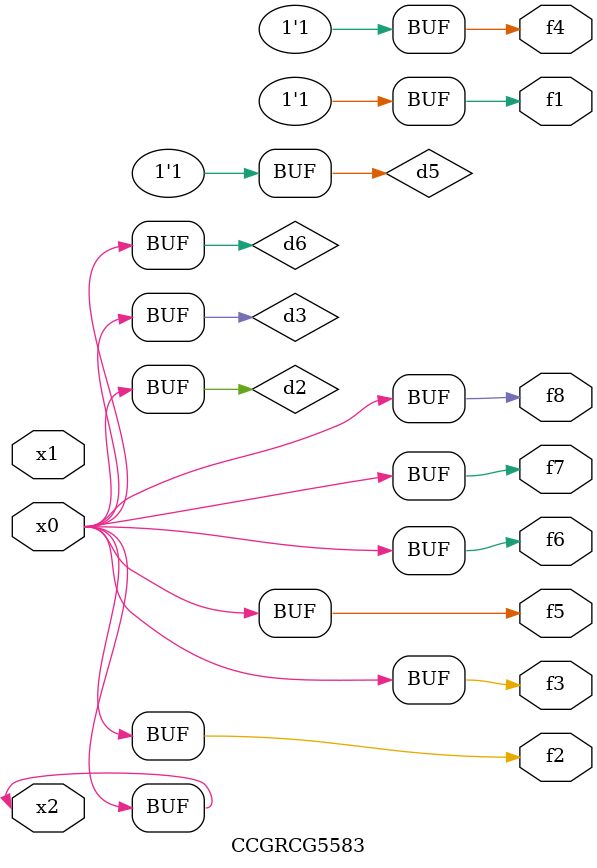
<source format=v>
module CCGRCG5583(
	input x0, x1, x2,
	output f1, f2, f3, f4, f5, f6, f7, f8
);

	wire d1, d2, d3, d4, d5, d6;

	xnor (d1, x2);
	buf (d2, x0, x2);
	and (d3, x0);
	xnor (d4, x1, x2);
	nand (d5, d1, d3);
	buf (d6, d2, d3);
	assign f1 = d5;
	assign f2 = d6;
	assign f3 = d6;
	assign f4 = d5;
	assign f5 = d6;
	assign f6 = d6;
	assign f7 = d6;
	assign f8 = d6;
endmodule

</source>
